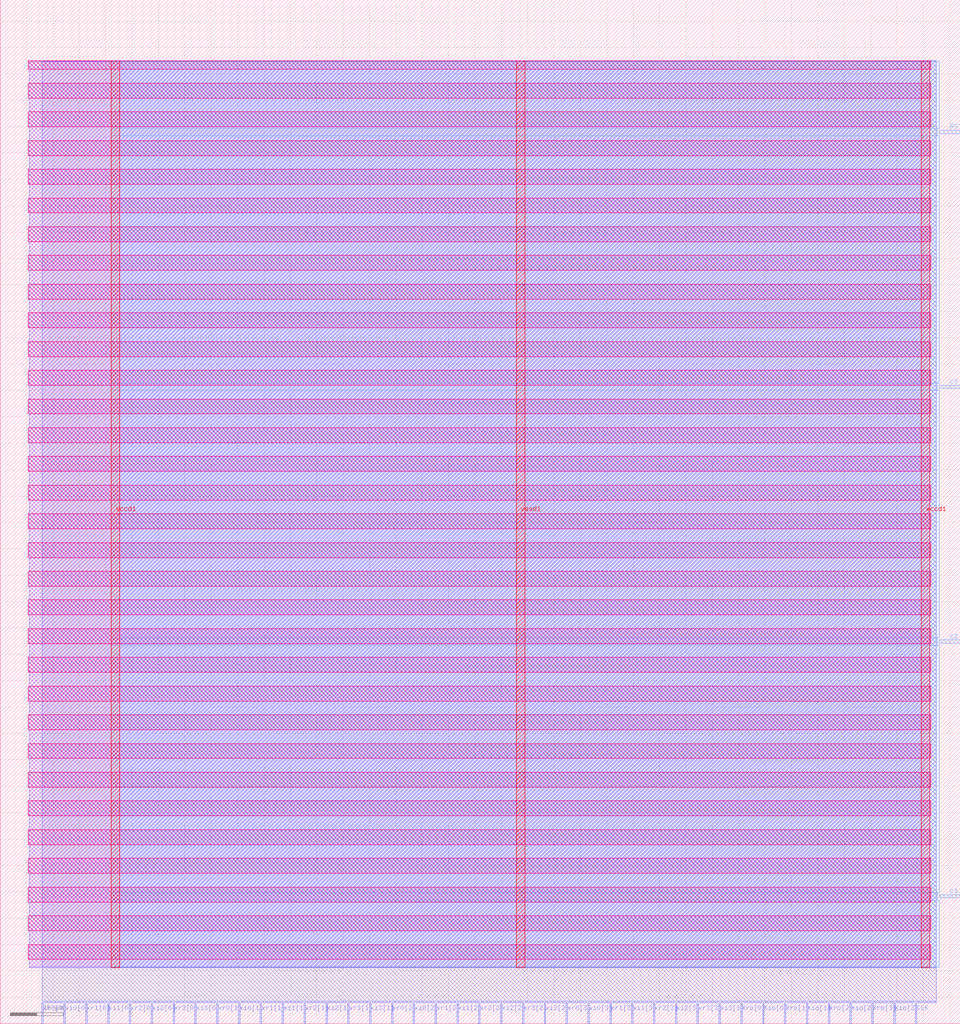
<source format=lef>
VERSION 5.7 ;
  NOWIREEXTENSIONATPIN ON ;
  DIVIDERCHAR "/" ;
  BUSBITCHARS "[]" ;
MACRO R4_butter
  CLASS BLOCK ;
  FOREIGN R4_butter ;
  ORIGIN 0.000 0.000 ;
  SIZE 182.000 BY 194.000 ;
  PIN CLK
    DIRECTION INPUT ;
    USE SIGNAL ;
    PORT
      LAYER met2 ;
        RECT 173.510 0.000 173.790 4.000 ;
    END
  END CLK
  PIN RST
    DIRECTION INPUT ;
    USE SIGNAL ;
    PORT
      LAYER met3 ;
        RECT 178.000 168.680 182.000 169.280 ;
    END
  END RST
  PIN Xio[0]
    DIRECTION OUTPUT TRISTATE ;
    USE SIGNAL ;
    PORT
      LAYER met2 ;
        RECT 144.530 0.000 144.810 4.000 ;
    END
  END Xio[0]
  PIN Xio[1]
    DIRECTION OUTPUT TRISTATE ;
    USE SIGNAL ;
    PORT
      LAYER met2 ;
        RECT 152.810 0.000 153.090 4.000 ;
    END
  END Xio[1]
  PIN Xio[2]
    DIRECTION OUTPUT TRISTATE ;
    USE SIGNAL ;
    PORT
      LAYER met2 ;
        RECT 161.090 0.000 161.370 4.000 ;
    END
  END Xio[2]
  PIN Xio[3]
    DIRECTION OUTPUT TRISTATE ;
    USE SIGNAL ;
    PORT
      LAYER met2 ;
        RECT 169.370 0.000 169.650 4.000 ;
    END
  END Xio[3]
  PIN Xro[0]
    DIRECTION OUTPUT TRISTATE ;
    USE SIGNAL ;
    PORT
      LAYER met2 ;
        RECT 140.390 0.000 140.670 4.000 ;
    END
  END Xro[0]
  PIN Xro[1]
    DIRECTION OUTPUT TRISTATE ;
    USE SIGNAL ;
    PORT
      LAYER met2 ;
        RECT 148.670 0.000 148.950 4.000 ;
    END
  END Xro[1]
  PIN Xro[2]
    DIRECTION OUTPUT TRISTATE ;
    USE SIGNAL ;
    PORT
      LAYER met2 ;
        RECT 156.950 0.000 157.230 4.000 ;
    END
  END Xro[2]
  PIN Xro[3]
    DIRECTION OUTPUT TRISTATE ;
    USE SIGNAL ;
    PORT
      LAYER met2 ;
        RECT 165.230 0.000 165.510 4.000 ;
    END
  END Xro[3]
  PIN c1
    DIRECTION INPUT ;
    USE SIGNAL ;
    PORT
      LAYER met3 ;
        RECT 178.000 23.840 182.000 24.440 ;
    END
  END c1
  PIN c2
    DIRECTION INPUT ;
    USE SIGNAL ;
    PORT
      LAYER met3 ;
        RECT 178.000 72.120 182.000 72.720 ;
    END
  END c2
  PIN c3
    DIRECTION INPUT ;
    USE SIGNAL ;
    PORT
      LAYER met3 ;
        RECT 178.000 120.400 182.000 121.000 ;
    END
  END c3
  PIN vccd1
    DIRECTION INOUT ;
    USE POWER ;
    PORT
      LAYER met4 ;
        RECT 21.040 10.640 22.640 182.480 ;
    END
    PORT
      LAYER met4 ;
        RECT 174.640 10.640 176.240 182.480 ;
    END
  END vccd1
  PIN vssd1
    DIRECTION INOUT ;
    USE GROUND ;
    PORT
      LAYER met4 ;
        RECT 97.840 10.640 99.440 182.480 ;
    END
  END vssd1
  PIN xi0[0]
    DIRECTION INPUT ;
    USE SIGNAL ;
    PORT
      LAYER met2 ;
        RECT 12.050 0.000 12.330 4.000 ;
    END
  END xi0[0]
  PIN xi0[1]
    DIRECTION INPUT ;
    USE SIGNAL ;
    PORT
      LAYER met2 ;
        RECT 45.170 0.000 45.450 4.000 ;
    END
  END xi0[1]
  PIN xi0[2]
    DIRECTION INPUT ;
    USE SIGNAL ;
    PORT
      LAYER met2 ;
        RECT 78.290 0.000 78.570 4.000 ;
    END
  END xi0[2]
  PIN xi0[3]
    DIRECTION INPUT ;
    USE SIGNAL ;
    PORT
      LAYER met2 ;
        RECT 111.410 0.000 111.690 4.000 ;
    END
  END xi0[3]
  PIN xi1[0]
    DIRECTION INPUT ;
    USE SIGNAL ;
    PORT
      LAYER met2 ;
        RECT 20.330 0.000 20.610 4.000 ;
    END
  END xi1[0]
  PIN xi1[1]
    DIRECTION INPUT ;
    USE SIGNAL ;
    PORT
      LAYER met2 ;
        RECT 53.450 0.000 53.730 4.000 ;
    END
  END xi1[1]
  PIN xi1[2]
    DIRECTION INPUT ;
    USE SIGNAL ;
    PORT
      LAYER met2 ;
        RECT 86.570 0.000 86.850 4.000 ;
    END
  END xi1[2]
  PIN xi1[3]
    DIRECTION INPUT ;
    USE SIGNAL ;
    PORT
      LAYER met2 ;
        RECT 119.690 0.000 119.970 4.000 ;
    END
  END xi1[3]
  PIN xi2[0]
    DIRECTION INPUT ;
    USE SIGNAL ;
    PORT
      LAYER met2 ;
        RECT 28.610 0.000 28.890 4.000 ;
    END
  END xi2[0]
  PIN xi2[1]
    DIRECTION INPUT ;
    USE SIGNAL ;
    PORT
      LAYER met2 ;
        RECT 61.730 0.000 62.010 4.000 ;
    END
  END xi2[1]
  PIN xi2[2]
    DIRECTION INPUT ;
    USE SIGNAL ;
    PORT
      LAYER met2 ;
        RECT 94.850 0.000 95.130 4.000 ;
    END
  END xi2[2]
  PIN xi2[3]
    DIRECTION INPUT ;
    USE SIGNAL ;
    PORT
      LAYER met2 ;
        RECT 127.970 0.000 128.250 4.000 ;
    END
  END xi2[3]
  PIN xi3[0]
    DIRECTION INPUT ;
    USE SIGNAL ;
    PORT
      LAYER met2 ;
        RECT 36.890 0.000 37.170 4.000 ;
    END
  END xi3[0]
  PIN xi3[1]
    DIRECTION INPUT ;
    USE SIGNAL ;
    PORT
      LAYER met2 ;
        RECT 70.010 0.000 70.290 4.000 ;
    END
  END xi3[1]
  PIN xi3[2]
    DIRECTION INPUT ;
    USE SIGNAL ;
    PORT
      LAYER met2 ;
        RECT 103.130 0.000 103.410 4.000 ;
    END
  END xi3[2]
  PIN xi3[3]
    DIRECTION INPUT ;
    USE SIGNAL ;
    PORT
      LAYER met2 ;
        RECT 136.250 0.000 136.530 4.000 ;
    END
  END xi3[3]
  PIN xr0[0]
    DIRECTION INPUT ;
    USE SIGNAL ;
    PORT
      LAYER met2 ;
        RECT 7.910 0.000 8.190 4.000 ;
    END
  END xr0[0]
  PIN xr0[1]
    DIRECTION INPUT ;
    USE SIGNAL ;
    PORT
      LAYER met2 ;
        RECT 41.030 0.000 41.310 4.000 ;
    END
  END xr0[1]
  PIN xr0[2]
    DIRECTION INPUT ;
    USE SIGNAL ;
    PORT
      LAYER met2 ;
        RECT 74.150 0.000 74.430 4.000 ;
    END
  END xr0[2]
  PIN xr0[3]
    DIRECTION INPUT ;
    USE SIGNAL ;
    PORT
      LAYER met2 ;
        RECT 107.270 0.000 107.550 4.000 ;
    END
  END xr0[3]
  PIN xr1[0]
    DIRECTION INPUT ;
    USE SIGNAL ;
    PORT
      LAYER met2 ;
        RECT 16.190 0.000 16.470 4.000 ;
    END
  END xr1[0]
  PIN xr1[1]
    DIRECTION INPUT ;
    USE SIGNAL ;
    PORT
      LAYER met2 ;
        RECT 49.310 0.000 49.590 4.000 ;
    END
  END xr1[1]
  PIN xr1[2]
    DIRECTION INPUT ;
    USE SIGNAL ;
    PORT
      LAYER met2 ;
        RECT 82.430 0.000 82.710 4.000 ;
    END
  END xr1[2]
  PIN xr1[3]
    DIRECTION INPUT ;
    USE SIGNAL ;
    PORT
      LAYER met2 ;
        RECT 115.550 0.000 115.830 4.000 ;
    END
  END xr1[3]
  PIN xr2[0]
    DIRECTION INPUT ;
    USE SIGNAL ;
    PORT
      LAYER met2 ;
        RECT 24.470 0.000 24.750 4.000 ;
    END
  END xr2[0]
  PIN xr2[1]
    DIRECTION INPUT ;
    USE SIGNAL ;
    PORT
      LAYER met2 ;
        RECT 57.590 0.000 57.870 4.000 ;
    END
  END xr2[1]
  PIN xr2[2]
    DIRECTION INPUT ;
    USE SIGNAL ;
    PORT
      LAYER met2 ;
        RECT 90.710 0.000 90.990 4.000 ;
    END
  END xr2[2]
  PIN xr2[3]
    DIRECTION INPUT ;
    USE SIGNAL ;
    PORT
      LAYER met2 ;
        RECT 123.830 0.000 124.110 4.000 ;
    END
  END xr2[3]
  PIN xr3[0]
    DIRECTION INPUT ;
    USE SIGNAL ;
    PORT
      LAYER met2 ;
        RECT 32.750 0.000 33.030 4.000 ;
    END
  END xr3[0]
  PIN xr3[1]
    DIRECTION INPUT ;
    USE SIGNAL ;
    PORT
      LAYER met2 ;
        RECT 65.870 0.000 66.150 4.000 ;
    END
  END xr3[1]
  PIN xr3[2]
    DIRECTION INPUT ;
    USE SIGNAL ;
    PORT
      LAYER met2 ;
        RECT 98.990 0.000 99.270 4.000 ;
    END
  END xr3[2]
  PIN xr3[3]
    DIRECTION INPUT ;
    USE SIGNAL ;
    PORT
      LAYER met2 ;
        RECT 132.110 0.000 132.390 4.000 ;
    END
  END xr3[3]
  OBS
      LAYER nwell ;
        RECT 5.330 180.825 176.370 182.430 ;
        RECT 5.330 175.385 176.370 178.215 ;
        RECT 5.330 169.945 176.370 172.775 ;
        RECT 5.330 164.505 176.370 167.335 ;
        RECT 5.330 159.065 176.370 161.895 ;
        RECT 5.330 153.625 176.370 156.455 ;
        RECT 5.330 148.185 176.370 151.015 ;
        RECT 5.330 142.745 176.370 145.575 ;
        RECT 5.330 137.305 176.370 140.135 ;
        RECT 5.330 131.865 176.370 134.695 ;
        RECT 5.330 126.425 176.370 129.255 ;
        RECT 5.330 120.985 176.370 123.815 ;
        RECT 5.330 115.545 176.370 118.375 ;
        RECT 5.330 110.105 176.370 112.935 ;
        RECT 5.330 104.665 176.370 107.495 ;
        RECT 5.330 99.225 176.370 102.055 ;
        RECT 5.330 93.785 176.370 96.615 ;
        RECT 5.330 88.345 176.370 91.175 ;
        RECT 5.330 82.905 176.370 85.735 ;
        RECT 5.330 77.465 176.370 80.295 ;
        RECT 5.330 72.025 176.370 74.855 ;
        RECT 5.330 66.585 176.370 69.415 ;
        RECT 5.330 61.145 176.370 63.975 ;
        RECT 5.330 55.705 176.370 58.535 ;
        RECT 5.330 50.265 176.370 53.095 ;
        RECT 5.330 44.825 176.370 47.655 ;
        RECT 5.330 39.385 176.370 42.215 ;
        RECT 5.330 33.945 176.370 36.775 ;
        RECT 5.330 28.505 176.370 31.335 ;
        RECT 5.330 23.065 176.370 25.895 ;
        RECT 5.330 17.625 176.370 20.455 ;
        RECT 5.330 12.185 176.370 15.015 ;
      LAYER li1 ;
        RECT 5.520 10.795 176.180 182.325 ;
      LAYER met1 ;
        RECT 5.520 10.640 177.490 182.480 ;
      LAYER met2 ;
        RECT 7.920 4.280 177.470 182.425 ;
        RECT 8.470 4.000 11.770 4.280 ;
        RECT 12.610 4.000 15.910 4.280 ;
        RECT 16.750 4.000 20.050 4.280 ;
        RECT 20.890 4.000 24.190 4.280 ;
        RECT 25.030 4.000 28.330 4.280 ;
        RECT 29.170 4.000 32.470 4.280 ;
        RECT 33.310 4.000 36.610 4.280 ;
        RECT 37.450 4.000 40.750 4.280 ;
        RECT 41.590 4.000 44.890 4.280 ;
        RECT 45.730 4.000 49.030 4.280 ;
        RECT 49.870 4.000 53.170 4.280 ;
        RECT 54.010 4.000 57.310 4.280 ;
        RECT 58.150 4.000 61.450 4.280 ;
        RECT 62.290 4.000 65.590 4.280 ;
        RECT 66.430 4.000 69.730 4.280 ;
        RECT 70.570 4.000 73.870 4.280 ;
        RECT 74.710 4.000 78.010 4.280 ;
        RECT 78.850 4.000 82.150 4.280 ;
        RECT 82.990 4.000 86.290 4.280 ;
        RECT 87.130 4.000 90.430 4.280 ;
        RECT 91.270 4.000 94.570 4.280 ;
        RECT 95.410 4.000 98.710 4.280 ;
        RECT 99.550 4.000 102.850 4.280 ;
        RECT 103.690 4.000 106.990 4.280 ;
        RECT 107.830 4.000 111.130 4.280 ;
        RECT 111.970 4.000 115.270 4.280 ;
        RECT 116.110 4.000 119.410 4.280 ;
        RECT 120.250 4.000 123.550 4.280 ;
        RECT 124.390 4.000 127.690 4.280 ;
        RECT 128.530 4.000 131.830 4.280 ;
        RECT 132.670 4.000 135.970 4.280 ;
        RECT 136.810 4.000 140.110 4.280 ;
        RECT 140.950 4.000 144.250 4.280 ;
        RECT 145.090 4.000 148.390 4.280 ;
        RECT 149.230 4.000 152.530 4.280 ;
        RECT 153.370 4.000 156.670 4.280 ;
        RECT 157.510 4.000 160.810 4.280 ;
        RECT 161.650 4.000 164.950 4.280 ;
        RECT 165.790 4.000 169.090 4.280 ;
        RECT 169.930 4.000 173.230 4.280 ;
        RECT 174.070 4.000 177.470 4.280 ;
      LAYER met3 ;
        RECT 21.050 169.680 178.000 182.405 ;
        RECT 21.050 168.280 177.600 169.680 ;
        RECT 21.050 121.400 178.000 168.280 ;
        RECT 21.050 120.000 177.600 121.400 ;
        RECT 21.050 73.120 178.000 120.000 ;
        RECT 21.050 71.720 177.600 73.120 ;
        RECT 21.050 24.840 178.000 71.720 ;
        RECT 21.050 23.440 177.600 24.840 ;
        RECT 21.050 10.715 178.000 23.440 ;
  END
END R4_butter
END LIBRARY


</source>
